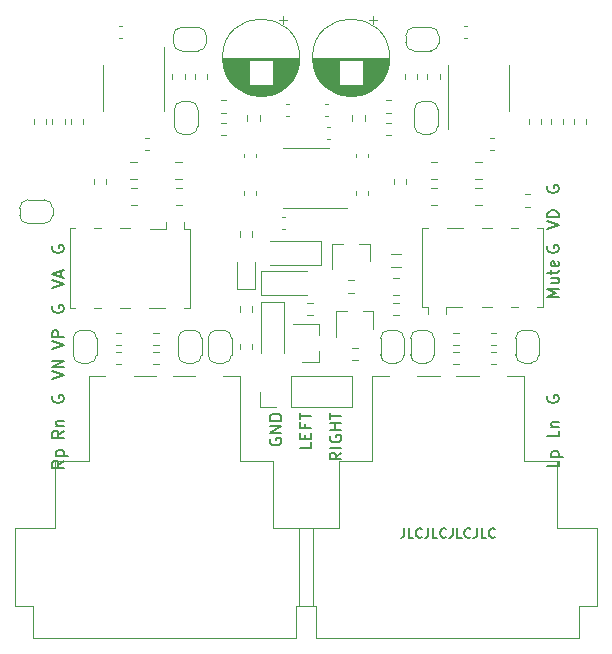
<source format=gbr>
%TF.GenerationSoftware,KiCad,Pcbnew,(5.1.9-0-10_14)*%
%TF.CreationDate,2021-03-07T16:31:49+01:00*%
%TF.ProjectId,W-Output HP,572d4f75-7470-4757-9420-48502e6b6963,1*%
%TF.SameCoordinates,Original*%
%TF.FileFunction,Legend,Top*%
%TF.FilePolarity,Positive*%
%FSLAX46Y46*%
G04 Gerber Fmt 4.6, Leading zero omitted, Abs format (unit mm)*
G04 Created by KiCad (PCBNEW (5.1.9-0-10_14)) date 2021-03-07 16:31:49*
%MOMM*%
%LPD*%
G01*
G04 APERTURE LIST*
%ADD10C,0.150000*%
%ADD11C,0.120000*%
G04 APERTURE END LIST*
D10*
X158304761Y-118561904D02*
X158304761Y-119133333D01*
X158266666Y-119247619D01*
X158190476Y-119323809D01*
X158076190Y-119361904D01*
X158000000Y-119361904D01*
X159066666Y-119361904D02*
X158685714Y-119361904D01*
X158685714Y-118561904D01*
X159790476Y-119285714D02*
X159752380Y-119323809D01*
X159638095Y-119361904D01*
X159561904Y-119361904D01*
X159447619Y-119323809D01*
X159371428Y-119247619D01*
X159333333Y-119171428D01*
X159295238Y-119019047D01*
X159295238Y-118904761D01*
X159333333Y-118752380D01*
X159371428Y-118676190D01*
X159447619Y-118600000D01*
X159561904Y-118561904D01*
X159638095Y-118561904D01*
X159752380Y-118600000D01*
X159790476Y-118638095D01*
X160361904Y-118561904D02*
X160361904Y-119133333D01*
X160323809Y-119247619D01*
X160247619Y-119323809D01*
X160133333Y-119361904D01*
X160057142Y-119361904D01*
X161123809Y-119361904D02*
X160742857Y-119361904D01*
X160742857Y-118561904D01*
X161847619Y-119285714D02*
X161809523Y-119323809D01*
X161695238Y-119361904D01*
X161619047Y-119361904D01*
X161504761Y-119323809D01*
X161428571Y-119247619D01*
X161390476Y-119171428D01*
X161352380Y-119019047D01*
X161352380Y-118904761D01*
X161390476Y-118752380D01*
X161428571Y-118676190D01*
X161504761Y-118600000D01*
X161619047Y-118561904D01*
X161695238Y-118561904D01*
X161809523Y-118600000D01*
X161847619Y-118638095D01*
X162419047Y-118561904D02*
X162419047Y-119133333D01*
X162380952Y-119247619D01*
X162304761Y-119323809D01*
X162190476Y-119361904D01*
X162114285Y-119361904D01*
X163180952Y-119361904D02*
X162800000Y-119361904D01*
X162800000Y-118561904D01*
X163904761Y-119285714D02*
X163866666Y-119323809D01*
X163752380Y-119361904D01*
X163676190Y-119361904D01*
X163561904Y-119323809D01*
X163485714Y-119247619D01*
X163447619Y-119171428D01*
X163409523Y-119019047D01*
X163409523Y-118904761D01*
X163447619Y-118752380D01*
X163485714Y-118676190D01*
X163561904Y-118600000D01*
X163676190Y-118561904D01*
X163752380Y-118561904D01*
X163866666Y-118600000D01*
X163904761Y-118638095D01*
X164476190Y-118561904D02*
X164476190Y-119133333D01*
X164438095Y-119247619D01*
X164361904Y-119323809D01*
X164247619Y-119361904D01*
X164171428Y-119361904D01*
X165238095Y-119361904D02*
X164857142Y-119361904D01*
X164857142Y-118561904D01*
X165961904Y-119285714D02*
X165923809Y-119323809D01*
X165809523Y-119361904D01*
X165733333Y-119361904D01*
X165619047Y-119323809D01*
X165542857Y-119247619D01*
X165504761Y-119171428D01*
X165466666Y-119019047D01*
X165466666Y-118904761D01*
X165504761Y-118752380D01*
X165542857Y-118676190D01*
X165619047Y-118600000D01*
X165733333Y-118561904D01*
X165809523Y-118561904D01*
X165923809Y-118600000D01*
X165961904Y-118638095D01*
X171407380Y-98960000D02*
X170407380Y-98960000D01*
X171121666Y-98626666D01*
X170407380Y-98293333D01*
X171407380Y-98293333D01*
X170740714Y-97388571D02*
X171407380Y-97388571D01*
X170740714Y-97817142D02*
X171264523Y-97817142D01*
X171359761Y-97769523D01*
X171407380Y-97674285D01*
X171407380Y-97531428D01*
X171359761Y-97436190D01*
X171312142Y-97388571D01*
X170740714Y-97055238D02*
X170740714Y-96674285D01*
X170407380Y-96912380D02*
X171264523Y-96912380D01*
X171359761Y-96864761D01*
X171407380Y-96769523D01*
X171407380Y-96674285D01*
X171359761Y-95960000D02*
X171407380Y-96055238D01*
X171407380Y-96245714D01*
X171359761Y-96340952D01*
X171264523Y-96388571D01*
X170883571Y-96388571D01*
X170788333Y-96340952D01*
X170740714Y-96245714D01*
X170740714Y-96055238D01*
X170788333Y-95960000D01*
X170883571Y-95912380D01*
X170978809Y-95912380D01*
X171074047Y-96388571D01*
X170407380Y-93213333D02*
X171407380Y-92880000D01*
X170407380Y-92546666D01*
X171407380Y-92213333D02*
X170407380Y-92213333D01*
X170407380Y-91975238D01*
X170455000Y-91832380D01*
X170550238Y-91737142D01*
X170645476Y-91689523D01*
X170835952Y-91641904D01*
X170978809Y-91641904D01*
X171169285Y-91689523D01*
X171264523Y-91737142D01*
X171359761Y-91832380D01*
X171407380Y-91975238D01*
X171407380Y-92213333D01*
X170455000Y-89578095D02*
X170407380Y-89673333D01*
X170407380Y-89816190D01*
X170455000Y-89959047D01*
X170550238Y-90054285D01*
X170645476Y-90101904D01*
X170835952Y-90149523D01*
X170978809Y-90149523D01*
X171169285Y-90101904D01*
X171264523Y-90054285D01*
X171359761Y-89959047D01*
X171407380Y-89816190D01*
X171407380Y-89720952D01*
X171359761Y-89578095D01*
X171312142Y-89530476D01*
X170978809Y-89530476D01*
X170978809Y-89720952D01*
X170455000Y-94658095D02*
X170407380Y-94753333D01*
X170407380Y-94896190D01*
X170455000Y-95039047D01*
X170550238Y-95134285D01*
X170645476Y-95181904D01*
X170835952Y-95229523D01*
X170978809Y-95229523D01*
X171169285Y-95181904D01*
X171264523Y-95134285D01*
X171359761Y-95039047D01*
X171407380Y-94896190D01*
X171407380Y-94800952D01*
X171359761Y-94658095D01*
X171312142Y-94610476D01*
X170978809Y-94610476D01*
X170978809Y-94800952D01*
X170455000Y-107358095D02*
X170407380Y-107453333D01*
X170407380Y-107596190D01*
X170455000Y-107739047D01*
X170550238Y-107834285D01*
X170645476Y-107881904D01*
X170835952Y-107929523D01*
X170978809Y-107929523D01*
X171169285Y-107881904D01*
X171264523Y-107834285D01*
X171359761Y-107739047D01*
X171407380Y-107596190D01*
X171407380Y-107500952D01*
X171359761Y-107358095D01*
X171312142Y-107310476D01*
X170978809Y-107310476D01*
X170978809Y-107500952D01*
X171407380Y-110302857D02*
X171407380Y-110779047D01*
X170407380Y-110779047D01*
X170740714Y-109969523D02*
X171407380Y-109969523D01*
X170835952Y-109969523D02*
X170788333Y-109921904D01*
X170740714Y-109826666D01*
X170740714Y-109683809D01*
X170788333Y-109588571D01*
X170883571Y-109540952D01*
X171407380Y-109540952D01*
X171407380Y-112842857D02*
X171407380Y-113319047D01*
X170407380Y-113319047D01*
X170740714Y-112509523D02*
X171740714Y-112509523D01*
X170788333Y-112509523D02*
X170740714Y-112414285D01*
X170740714Y-112223809D01*
X170788333Y-112128571D01*
X170835952Y-112080952D01*
X170931190Y-112033333D01*
X171216904Y-112033333D01*
X171312142Y-112080952D01*
X171359761Y-112128571D01*
X171407380Y-112223809D01*
X171407380Y-112414285D01*
X171359761Y-112509523D01*
X129497380Y-112842857D02*
X129021190Y-113176190D01*
X129497380Y-113414285D02*
X128497380Y-113414285D01*
X128497380Y-113033333D01*
X128545000Y-112938095D01*
X128592619Y-112890476D01*
X128687857Y-112842857D01*
X128830714Y-112842857D01*
X128925952Y-112890476D01*
X128973571Y-112938095D01*
X129021190Y-113033333D01*
X129021190Y-113414285D01*
X128830714Y-112414285D02*
X129830714Y-112414285D01*
X128878333Y-112414285D02*
X128830714Y-112319047D01*
X128830714Y-112128571D01*
X128878333Y-112033333D01*
X128925952Y-111985714D01*
X129021190Y-111938095D01*
X129306904Y-111938095D01*
X129402142Y-111985714D01*
X129449761Y-112033333D01*
X129497380Y-112128571D01*
X129497380Y-112319047D01*
X129449761Y-112414285D01*
X129497380Y-110302857D02*
X129021190Y-110636190D01*
X129497380Y-110874285D02*
X128497380Y-110874285D01*
X128497380Y-110493333D01*
X128545000Y-110398095D01*
X128592619Y-110350476D01*
X128687857Y-110302857D01*
X128830714Y-110302857D01*
X128925952Y-110350476D01*
X128973571Y-110398095D01*
X129021190Y-110493333D01*
X129021190Y-110874285D01*
X128830714Y-109874285D02*
X129497380Y-109874285D01*
X128925952Y-109874285D02*
X128878333Y-109826666D01*
X128830714Y-109731428D01*
X128830714Y-109588571D01*
X128878333Y-109493333D01*
X128973571Y-109445714D01*
X129497380Y-109445714D01*
X128545000Y-107358095D02*
X128497380Y-107453333D01*
X128497380Y-107596190D01*
X128545000Y-107739047D01*
X128640238Y-107834285D01*
X128735476Y-107881904D01*
X128925952Y-107929523D01*
X129068809Y-107929523D01*
X129259285Y-107881904D01*
X129354523Y-107834285D01*
X129449761Y-107739047D01*
X129497380Y-107596190D01*
X129497380Y-107500952D01*
X129449761Y-107358095D01*
X129402142Y-107310476D01*
X129068809Y-107310476D01*
X129068809Y-107500952D01*
X128497380Y-105937142D02*
X129497380Y-105603809D01*
X128497380Y-105270476D01*
X129497380Y-104937142D02*
X128497380Y-104937142D01*
X129497380Y-104365714D01*
X128497380Y-104365714D01*
X128497380Y-103373333D02*
X129497380Y-103040000D01*
X128497380Y-102706666D01*
X129497380Y-102373333D02*
X128497380Y-102373333D01*
X128497380Y-101992380D01*
X128545000Y-101897142D01*
X128592619Y-101849523D01*
X128687857Y-101801904D01*
X128830714Y-101801904D01*
X128925952Y-101849523D01*
X128973571Y-101897142D01*
X129021190Y-101992380D01*
X129021190Y-102373333D01*
X128545000Y-99738095D02*
X128497380Y-99833333D01*
X128497380Y-99976190D01*
X128545000Y-100119047D01*
X128640238Y-100214285D01*
X128735476Y-100261904D01*
X128925952Y-100309523D01*
X129068809Y-100309523D01*
X129259285Y-100261904D01*
X129354523Y-100214285D01*
X129449761Y-100119047D01*
X129497380Y-99976190D01*
X129497380Y-99880952D01*
X129449761Y-99738095D01*
X129402142Y-99690476D01*
X129068809Y-99690476D01*
X129068809Y-99880952D01*
X128545000Y-94658095D02*
X128497380Y-94753333D01*
X128497380Y-94896190D01*
X128545000Y-95039047D01*
X128640238Y-95134285D01*
X128735476Y-95181904D01*
X128925952Y-95229523D01*
X129068809Y-95229523D01*
X129259285Y-95181904D01*
X129354523Y-95134285D01*
X129449761Y-95039047D01*
X129497380Y-94896190D01*
X129497380Y-94800952D01*
X129449761Y-94658095D01*
X129402142Y-94610476D01*
X129068809Y-94610476D01*
X129068809Y-94800952D01*
X128497380Y-98221904D02*
X129497380Y-97888571D01*
X128497380Y-97555238D01*
X129211666Y-97269523D02*
X129211666Y-96793333D01*
X129497380Y-97364761D02*
X128497380Y-97031428D01*
X129497380Y-96698095D01*
X152992380Y-112146190D02*
X152516190Y-112479523D01*
X152992380Y-112717619D02*
X151992380Y-112717619D01*
X151992380Y-112336666D01*
X152040000Y-112241428D01*
X152087619Y-112193809D01*
X152182857Y-112146190D01*
X152325714Y-112146190D01*
X152420952Y-112193809D01*
X152468571Y-112241428D01*
X152516190Y-112336666D01*
X152516190Y-112717619D01*
X152992380Y-111717619D02*
X151992380Y-111717619D01*
X152040000Y-110717619D02*
X151992380Y-110812857D01*
X151992380Y-110955714D01*
X152040000Y-111098571D01*
X152135238Y-111193809D01*
X152230476Y-111241428D01*
X152420952Y-111289047D01*
X152563809Y-111289047D01*
X152754285Y-111241428D01*
X152849523Y-111193809D01*
X152944761Y-111098571D01*
X152992380Y-110955714D01*
X152992380Y-110860476D01*
X152944761Y-110717619D01*
X152897142Y-110670000D01*
X152563809Y-110670000D01*
X152563809Y-110860476D01*
X152992380Y-110241428D02*
X151992380Y-110241428D01*
X152468571Y-110241428D02*
X152468571Y-109670000D01*
X152992380Y-109670000D02*
X151992380Y-109670000D01*
X151992380Y-109336666D02*
X151992380Y-108765238D01*
X152992380Y-109050952D02*
X151992380Y-109050952D01*
X150452380Y-111289047D02*
X150452380Y-111765238D01*
X149452380Y-111765238D01*
X149928571Y-110955714D02*
X149928571Y-110622380D01*
X150452380Y-110479523D02*
X150452380Y-110955714D01*
X149452380Y-110955714D01*
X149452380Y-110479523D01*
X149928571Y-109717619D02*
X149928571Y-110050952D01*
X150452380Y-110050952D02*
X149452380Y-110050952D01*
X149452380Y-109574761D01*
X149452380Y-109336666D02*
X149452380Y-108765238D01*
X150452380Y-109050952D02*
X149452380Y-109050952D01*
X146960000Y-110955714D02*
X146912380Y-111050952D01*
X146912380Y-111193809D01*
X146960000Y-111336666D01*
X147055238Y-111431904D01*
X147150476Y-111479523D01*
X147340952Y-111527142D01*
X147483809Y-111527142D01*
X147674285Y-111479523D01*
X147769523Y-111431904D01*
X147864761Y-111336666D01*
X147912380Y-111193809D01*
X147912380Y-111098571D01*
X147864761Y-110955714D01*
X147817142Y-110908095D01*
X147483809Y-110908095D01*
X147483809Y-111098571D01*
X147912380Y-110479523D02*
X146912380Y-110479523D01*
X147912380Y-109908095D01*
X146912380Y-109908095D01*
X147912380Y-109431904D02*
X146912380Y-109431904D01*
X146912380Y-109193809D01*
X146960000Y-109050952D01*
X147055238Y-108955714D01*
X147150476Y-108908095D01*
X147340952Y-108860476D01*
X147483809Y-108860476D01*
X147674285Y-108908095D01*
X147769523Y-108955714D01*
X147864761Y-109050952D01*
X147912380Y-109193809D01*
X147912380Y-109431904D01*
D11*
%TO.C,JP11*%
X125740000Y-91445000D02*
G75*
G02*
X126440000Y-90745000I700000J0D01*
G01*
X126440000Y-92745000D02*
G75*
G02*
X125740000Y-92045000I0J700000D01*
G01*
X128540000Y-92045000D02*
G75*
G02*
X127840000Y-92745000I-700000J0D01*
G01*
X127840000Y-90745000D02*
G75*
G02*
X128540000Y-91445000I0J-700000D01*
G01*
X125740000Y-92045000D02*
X125740000Y-91445000D01*
X127840000Y-92745000D02*
X126440000Y-92745000D01*
X128540000Y-91445000D02*
X128540000Y-92045000D01*
X126440000Y-90745000D02*
X127840000Y-90745000D01*
%TO.C,J5*%
X149380000Y-125120000D02*
X149380000Y-118530000D01*
X174620000Y-125120000D02*
X174620000Y-118530000D01*
X171220000Y-118530000D02*
X174620000Y-118530000D01*
X149380000Y-118530000D02*
X152780000Y-118530000D01*
X173120000Y-125120000D02*
X173120000Y-127820000D01*
X150880000Y-125120000D02*
X150880000Y-127820000D01*
X150880000Y-125120000D02*
X149380000Y-125120000D01*
X174620000Y-125120000D02*
X173120000Y-125120000D01*
X173120000Y-127820000D02*
X150880000Y-127820000D01*
X161300000Y-105680000D02*
X159400000Y-105680000D01*
X162700000Y-105680000D02*
X164600000Y-105680000D01*
X152780000Y-118530000D02*
X152780000Y-112880000D01*
X157000000Y-105680000D02*
X155580000Y-105680000D01*
X155580000Y-112880000D02*
X152780000Y-112880000D01*
X168420000Y-112880000D02*
X171220000Y-112880000D01*
X171220000Y-118530000D02*
X171220000Y-112880000D01*
X168420000Y-105680000D02*
X167000000Y-105680000D01*
X155580000Y-112880000D02*
X155580000Y-105680000D01*
X168420000Y-112880000D02*
X168420000Y-105680000D01*
%TO.C,R15*%
X133060000Y-89442258D02*
X133060000Y-88967742D01*
X132015000Y-89442258D02*
X132015000Y-88967742D01*
%TO.C,R14*%
X153922500Y-83570242D02*
X153922500Y-84044758D01*
X154967500Y-83570242D02*
X154967500Y-84044758D01*
%TO.C,C5*%
X154252500Y-86841920D02*
X154252500Y-87123080D01*
X155272500Y-86841920D02*
X155272500Y-87123080D01*
%TO.C,C4*%
X154252500Y-90016920D02*
X154252500Y-90298080D01*
X155272500Y-90016920D02*
X155272500Y-90298080D01*
%TO.C,C17*%
X144727500Y-90016920D02*
X144727500Y-90298080D01*
X145747500Y-90016920D02*
X145747500Y-90298080D01*
%TO.C,C18*%
X144727500Y-86841920D02*
X144727500Y-87123080D01*
X145747500Y-86841920D02*
X145747500Y-87123080D01*
%TO.C,C14*%
X152045580Y-84567500D02*
X151764420Y-84567500D01*
X152045580Y-85587500D02*
X151764420Y-85587500D01*
%TO.C,C11*%
X148235580Y-92187500D02*
X147954420Y-92187500D01*
X148235580Y-93207500D02*
X147954420Y-93207500D01*
%TO.C,R32*%
X145032500Y-83570242D02*
X145032500Y-84044758D01*
X146077500Y-83570242D02*
X146077500Y-84044758D01*
%TO.C,U3*%
X150000000Y-91447500D02*
X153450000Y-91447500D01*
X150000000Y-91447500D02*
X148050000Y-91447500D01*
X150000000Y-86327500D02*
X151950000Y-86327500D01*
X150000000Y-86327500D02*
X148050000Y-86327500D01*
%TO.C,JP3*%
X161160000Y-83092500D02*
X161160000Y-84492500D01*
X160460000Y-85192500D02*
X159860000Y-85192500D01*
X159160000Y-84492500D02*
X159160000Y-83092500D01*
X159860000Y-82392500D02*
X160460000Y-82392500D01*
X160460000Y-82392500D02*
G75*
G02*
X161160000Y-83092500I0J-700000D01*
G01*
X159160000Y-83092500D02*
G75*
G02*
X159860000Y-82392500I700000J0D01*
G01*
X159860000Y-85192500D02*
G75*
G02*
X159160000Y-84492500I0J700000D01*
G01*
X161160000Y-84492500D02*
G75*
G02*
X160460000Y-85192500I-700000J0D01*
G01*
%TO.C,R27*%
X142777742Y-83377500D02*
X143252258Y-83377500D01*
X142777742Y-82332500D02*
X143252258Y-82332500D01*
%TO.C,R6*%
X161317500Y-80552258D02*
X161317500Y-80077742D01*
X160272500Y-80552258D02*
X160272500Y-80077742D01*
%TO.C,R22*%
X141632500Y-80552258D02*
X141632500Y-80077742D01*
X140587500Y-80552258D02*
X140587500Y-80077742D01*
%TO.C,U1*%
X162045000Y-81267500D02*
X162045000Y-84717500D01*
X162045000Y-81267500D02*
X162045000Y-79317500D01*
X167165000Y-81267500D02*
X167165000Y-83217500D01*
X167165000Y-81267500D02*
X167165000Y-79317500D01*
%TO.C,C12*%
X165875580Y-85520000D02*
X165594420Y-85520000D01*
X165875580Y-86540000D02*
X165594420Y-86540000D01*
%TO.C,C13*%
X134124420Y-77015000D02*
X134405580Y-77015000D01*
X134124420Y-75995000D02*
X134405580Y-75995000D01*
%TO.C,C10*%
X136384420Y-86540000D02*
X136665580Y-86540000D01*
X136384420Y-85520000D02*
X136665580Y-85520000D01*
%TO.C,R31*%
X130110000Y-83887742D02*
X130110000Y-84362258D01*
X131155000Y-83887742D02*
X131155000Y-84362258D01*
%TO.C,R28*%
X128522500Y-83887742D02*
X128522500Y-84362258D01*
X129567500Y-83887742D02*
X129567500Y-84362258D01*
%TO.C,R25*%
X127980000Y-84362258D02*
X127980000Y-83887742D01*
X126935000Y-84362258D02*
X126935000Y-83887742D01*
%TO.C,U2*%
X137955000Y-81267500D02*
X137955000Y-77817500D01*
X137955000Y-81267500D02*
X137955000Y-83217500D01*
X132835000Y-81267500D02*
X132835000Y-79317500D01*
X132835000Y-81267500D02*
X132835000Y-83217500D01*
%TO.C,J3*%
X146130000Y-108315000D02*
X146130000Y-106985000D01*
X147460000Y-108315000D02*
X146130000Y-108315000D01*
X148730000Y-108315000D02*
X148730000Y-105655000D01*
X148730000Y-105655000D02*
X153870000Y-105655000D01*
X148730000Y-108315000D02*
X153870000Y-108315000D01*
X153870000Y-108315000D02*
X153870000Y-105655000D01*
%TO.C,C23*%
X148553080Y-82662500D02*
X148271920Y-82662500D01*
X148553080Y-83682500D02*
X148271920Y-83682500D01*
%TO.C,C22*%
X151868080Y-82662500D02*
X151586920Y-82662500D01*
X151868080Y-83682500D02*
X151586920Y-83682500D01*
%TO.C,C21*%
X155964000Y-75522259D02*
X155334000Y-75522259D01*
X155649000Y-75207259D02*
X155649000Y-75837259D01*
X154212000Y-81948500D02*
X153408000Y-81948500D01*
X154443000Y-81908500D02*
X153177000Y-81908500D01*
X154612000Y-81868500D02*
X153008000Y-81868500D01*
X154750000Y-81828500D02*
X152870000Y-81828500D01*
X154869000Y-81788500D02*
X152751000Y-81788500D01*
X154975000Y-81748500D02*
X152645000Y-81748500D01*
X155072000Y-81708500D02*
X152548000Y-81708500D01*
X155160000Y-81668500D02*
X152460000Y-81668500D01*
X155242000Y-81628500D02*
X152378000Y-81628500D01*
X155319000Y-81588500D02*
X152301000Y-81588500D01*
X155391000Y-81548500D02*
X152229000Y-81548500D01*
X155460000Y-81508500D02*
X152160000Y-81508500D01*
X155524000Y-81468500D02*
X152096000Y-81468500D01*
X155586000Y-81428500D02*
X152034000Y-81428500D01*
X155644000Y-81388500D02*
X151976000Y-81388500D01*
X155700000Y-81348500D02*
X151920000Y-81348500D01*
X155754000Y-81308500D02*
X151866000Y-81308500D01*
X155805000Y-81268500D02*
X151815000Y-81268500D01*
X155854000Y-81228500D02*
X151766000Y-81228500D01*
X155902000Y-81188500D02*
X151718000Y-81188500D01*
X155947000Y-81148500D02*
X151673000Y-81148500D01*
X155992000Y-81108500D02*
X151628000Y-81108500D01*
X156034000Y-81068500D02*
X151586000Y-81068500D01*
X156075000Y-81028500D02*
X151545000Y-81028500D01*
X152770000Y-80988500D02*
X151505000Y-80988500D01*
X156115000Y-80988500D02*
X154850000Y-80988500D01*
X152770000Y-80948500D02*
X151467000Y-80948500D01*
X156153000Y-80948500D02*
X154850000Y-80948500D01*
X152770000Y-80908500D02*
X151430000Y-80908500D01*
X156190000Y-80908500D02*
X154850000Y-80908500D01*
X152770000Y-80868500D02*
X151394000Y-80868500D01*
X156226000Y-80868500D02*
X154850000Y-80868500D01*
X152770000Y-80828500D02*
X151360000Y-80828500D01*
X156260000Y-80828500D02*
X154850000Y-80828500D01*
X152770000Y-80788500D02*
X151326000Y-80788500D01*
X156294000Y-80788500D02*
X154850000Y-80788500D01*
X152770000Y-80748500D02*
X151294000Y-80748500D01*
X156326000Y-80748500D02*
X154850000Y-80748500D01*
X152770000Y-80708500D02*
X151262000Y-80708500D01*
X156358000Y-80708500D02*
X154850000Y-80708500D01*
X152770000Y-80668500D02*
X151232000Y-80668500D01*
X156388000Y-80668500D02*
X154850000Y-80668500D01*
X152770000Y-80628500D02*
X151203000Y-80628500D01*
X156417000Y-80628500D02*
X154850000Y-80628500D01*
X152770000Y-80588500D02*
X151174000Y-80588500D01*
X156446000Y-80588500D02*
X154850000Y-80588500D01*
X152770000Y-80548500D02*
X151146000Y-80548500D01*
X156474000Y-80548500D02*
X154850000Y-80548500D01*
X152770000Y-80508500D02*
X151120000Y-80508500D01*
X156500000Y-80508500D02*
X154850000Y-80508500D01*
X152770000Y-80468500D02*
X151094000Y-80468500D01*
X156526000Y-80468500D02*
X154850000Y-80468500D01*
X152770000Y-80428500D02*
X151068000Y-80428500D01*
X156552000Y-80428500D02*
X154850000Y-80428500D01*
X152770000Y-80388500D02*
X151044000Y-80388500D01*
X156576000Y-80388500D02*
X154850000Y-80388500D01*
X152770000Y-80348500D02*
X151020000Y-80348500D01*
X156600000Y-80348500D02*
X154850000Y-80348500D01*
X152770000Y-80308500D02*
X150998000Y-80308500D01*
X156622000Y-80308500D02*
X154850000Y-80308500D01*
X152770000Y-80268500D02*
X150976000Y-80268500D01*
X156644000Y-80268500D02*
X154850000Y-80268500D01*
X152770000Y-80228500D02*
X150954000Y-80228500D01*
X156666000Y-80228500D02*
X154850000Y-80228500D01*
X152770000Y-80188500D02*
X150934000Y-80188500D01*
X156686000Y-80188500D02*
X154850000Y-80188500D01*
X152770000Y-80148500D02*
X150914000Y-80148500D01*
X156706000Y-80148500D02*
X154850000Y-80148500D01*
X152770000Y-80108500D02*
X150894000Y-80108500D01*
X156726000Y-80108500D02*
X154850000Y-80108500D01*
X152770000Y-80068500D02*
X150876000Y-80068500D01*
X156744000Y-80068500D02*
X154850000Y-80068500D01*
X152770000Y-80028500D02*
X150858000Y-80028500D01*
X156762000Y-80028500D02*
X154850000Y-80028500D01*
X152770000Y-79988500D02*
X150840000Y-79988500D01*
X156780000Y-79988500D02*
X154850000Y-79988500D01*
X152770000Y-79948500D02*
X150824000Y-79948500D01*
X156796000Y-79948500D02*
X154850000Y-79948500D01*
X152770000Y-79908500D02*
X150808000Y-79908500D01*
X156812000Y-79908500D02*
X154850000Y-79908500D01*
X152770000Y-79868500D02*
X150792000Y-79868500D01*
X156828000Y-79868500D02*
X154850000Y-79868500D01*
X152770000Y-79828500D02*
X150777000Y-79828500D01*
X156843000Y-79828500D02*
X154850000Y-79828500D01*
X152770000Y-79788500D02*
X150763000Y-79788500D01*
X156857000Y-79788500D02*
X154850000Y-79788500D01*
X152770000Y-79748500D02*
X150749000Y-79748500D01*
X156871000Y-79748500D02*
X154850000Y-79748500D01*
X152770000Y-79708500D02*
X150736000Y-79708500D01*
X156884000Y-79708500D02*
X154850000Y-79708500D01*
X152770000Y-79668500D02*
X150724000Y-79668500D01*
X156896000Y-79668500D02*
X154850000Y-79668500D01*
X152770000Y-79628500D02*
X150712000Y-79628500D01*
X156908000Y-79628500D02*
X154850000Y-79628500D01*
X152770000Y-79588500D02*
X150700000Y-79588500D01*
X156920000Y-79588500D02*
X154850000Y-79588500D01*
X152770000Y-79548500D02*
X150689000Y-79548500D01*
X156931000Y-79548500D02*
X154850000Y-79548500D01*
X152770000Y-79508500D02*
X150679000Y-79508500D01*
X156941000Y-79508500D02*
X154850000Y-79508500D01*
X152770000Y-79468500D02*
X150669000Y-79468500D01*
X156951000Y-79468500D02*
X154850000Y-79468500D01*
X152770000Y-79428500D02*
X150660000Y-79428500D01*
X156960000Y-79428500D02*
X154850000Y-79428500D01*
X152770000Y-79387500D02*
X150651000Y-79387500D01*
X156969000Y-79387500D02*
X154850000Y-79387500D01*
X152770000Y-79347500D02*
X150643000Y-79347500D01*
X156977000Y-79347500D02*
X154850000Y-79347500D01*
X152770000Y-79307500D02*
X150635000Y-79307500D01*
X156985000Y-79307500D02*
X154850000Y-79307500D01*
X152770000Y-79267500D02*
X150628000Y-79267500D01*
X156992000Y-79267500D02*
X154850000Y-79267500D01*
X152770000Y-79227500D02*
X150621000Y-79227500D01*
X156999000Y-79227500D02*
X154850000Y-79227500D01*
X152770000Y-79187500D02*
X150615000Y-79187500D01*
X157005000Y-79187500D02*
X154850000Y-79187500D01*
X152770000Y-79147500D02*
X150609000Y-79147500D01*
X157011000Y-79147500D02*
X154850000Y-79147500D01*
X152770000Y-79107500D02*
X150604000Y-79107500D01*
X157016000Y-79107500D02*
X154850000Y-79107500D01*
X152770000Y-79067500D02*
X150599000Y-79067500D01*
X157021000Y-79067500D02*
X154850000Y-79067500D01*
X152770000Y-79027500D02*
X150595000Y-79027500D01*
X157025000Y-79027500D02*
X154850000Y-79027500D01*
X152770000Y-78987500D02*
X150592000Y-78987500D01*
X157028000Y-78987500D02*
X154850000Y-78987500D01*
X152770000Y-78947500D02*
X150588000Y-78947500D01*
X157032000Y-78947500D02*
X154850000Y-78947500D01*
X157034000Y-78907500D02*
X150586000Y-78907500D01*
X157037000Y-78867500D02*
X150583000Y-78867500D01*
X157038000Y-78827500D02*
X150582000Y-78827500D01*
X157040000Y-78787500D02*
X150580000Y-78787500D01*
X157040000Y-78747500D02*
X150580000Y-78747500D01*
X157040000Y-78707500D02*
X150580000Y-78707500D01*
X157080000Y-78707500D02*
G75*
G03*
X157080000Y-78707500I-3270000J0D01*
G01*
%TO.C,C8*%
X148344000Y-75522259D02*
X147714000Y-75522259D01*
X148029000Y-75207259D02*
X148029000Y-75837259D01*
X146592000Y-81948500D02*
X145788000Y-81948500D01*
X146823000Y-81908500D02*
X145557000Y-81908500D01*
X146992000Y-81868500D02*
X145388000Y-81868500D01*
X147130000Y-81828500D02*
X145250000Y-81828500D01*
X147249000Y-81788500D02*
X145131000Y-81788500D01*
X147355000Y-81748500D02*
X145025000Y-81748500D01*
X147452000Y-81708500D02*
X144928000Y-81708500D01*
X147540000Y-81668500D02*
X144840000Y-81668500D01*
X147622000Y-81628500D02*
X144758000Y-81628500D01*
X147699000Y-81588500D02*
X144681000Y-81588500D01*
X147771000Y-81548500D02*
X144609000Y-81548500D01*
X147840000Y-81508500D02*
X144540000Y-81508500D01*
X147904000Y-81468500D02*
X144476000Y-81468500D01*
X147966000Y-81428500D02*
X144414000Y-81428500D01*
X148024000Y-81388500D02*
X144356000Y-81388500D01*
X148080000Y-81348500D02*
X144300000Y-81348500D01*
X148134000Y-81308500D02*
X144246000Y-81308500D01*
X148185000Y-81268500D02*
X144195000Y-81268500D01*
X148234000Y-81228500D02*
X144146000Y-81228500D01*
X148282000Y-81188500D02*
X144098000Y-81188500D01*
X148327000Y-81148500D02*
X144053000Y-81148500D01*
X148372000Y-81108500D02*
X144008000Y-81108500D01*
X148414000Y-81068500D02*
X143966000Y-81068500D01*
X148455000Y-81028500D02*
X143925000Y-81028500D01*
X145150000Y-80988500D02*
X143885000Y-80988500D01*
X148495000Y-80988500D02*
X147230000Y-80988500D01*
X145150000Y-80948500D02*
X143847000Y-80948500D01*
X148533000Y-80948500D02*
X147230000Y-80948500D01*
X145150000Y-80908500D02*
X143810000Y-80908500D01*
X148570000Y-80908500D02*
X147230000Y-80908500D01*
X145150000Y-80868500D02*
X143774000Y-80868500D01*
X148606000Y-80868500D02*
X147230000Y-80868500D01*
X145150000Y-80828500D02*
X143740000Y-80828500D01*
X148640000Y-80828500D02*
X147230000Y-80828500D01*
X145150000Y-80788500D02*
X143706000Y-80788500D01*
X148674000Y-80788500D02*
X147230000Y-80788500D01*
X145150000Y-80748500D02*
X143674000Y-80748500D01*
X148706000Y-80748500D02*
X147230000Y-80748500D01*
X145150000Y-80708500D02*
X143642000Y-80708500D01*
X148738000Y-80708500D02*
X147230000Y-80708500D01*
X145150000Y-80668500D02*
X143612000Y-80668500D01*
X148768000Y-80668500D02*
X147230000Y-80668500D01*
X145150000Y-80628500D02*
X143583000Y-80628500D01*
X148797000Y-80628500D02*
X147230000Y-80628500D01*
X145150000Y-80588500D02*
X143554000Y-80588500D01*
X148826000Y-80588500D02*
X147230000Y-80588500D01*
X145150000Y-80548500D02*
X143526000Y-80548500D01*
X148854000Y-80548500D02*
X147230000Y-80548500D01*
X145150000Y-80508500D02*
X143500000Y-80508500D01*
X148880000Y-80508500D02*
X147230000Y-80508500D01*
X145150000Y-80468500D02*
X143474000Y-80468500D01*
X148906000Y-80468500D02*
X147230000Y-80468500D01*
X145150000Y-80428500D02*
X143448000Y-80428500D01*
X148932000Y-80428500D02*
X147230000Y-80428500D01*
X145150000Y-80388500D02*
X143424000Y-80388500D01*
X148956000Y-80388500D02*
X147230000Y-80388500D01*
X145150000Y-80348500D02*
X143400000Y-80348500D01*
X148980000Y-80348500D02*
X147230000Y-80348500D01*
X145150000Y-80308500D02*
X143378000Y-80308500D01*
X149002000Y-80308500D02*
X147230000Y-80308500D01*
X145150000Y-80268500D02*
X143356000Y-80268500D01*
X149024000Y-80268500D02*
X147230000Y-80268500D01*
X145150000Y-80228500D02*
X143334000Y-80228500D01*
X149046000Y-80228500D02*
X147230000Y-80228500D01*
X145150000Y-80188500D02*
X143314000Y-80188500D01*
X149066000Y-80188500D02*
X147230000Y-80188500D01*
X145150000Y-80148500D02*
X143294000Y-80148500D01*
X149086000Y-80148500D02*
X147230000Y-80148500D01*
X145150000Y-80108500D02*
X143274000Y-80108500D01*
X149106000Y-80108500D02*
X147230000Y-80108500D01*
X145150000Y-80068500D02*
X143256000Y-80068500D01*
X149124000Y-80068500D02*
X147230000Y-80068500D01*
X145150000Y-80028500D02*
X143238000Y-80028500D01*
X149142000Y-80028500D02*
X147230000Y-80028500D01*
X145150000Y-79988500D02*
X143220000Y-79988500D01*
X149160000Y-79988500D02*
X147230000Y-79988500D01*
X145150000Y-79948500D02*
X143204000Y-79948500D01*
X149176000Y-79948500D02*
X147230000Y-79948500D01*
X145150000Y-79908500D02*
X143188000Y-79908500D01*
X149192000Y-79908500D02*
X147230000Y-79908500D01*
X145150000Y-79868500D02*
X143172000Y-79868500D01*
X149208000Y-79868500D02*
X147230000Y-79868500D01*
X145150000Y-79828500D02*
X143157000Y-79828500D01*
X149223000Y-79828500D02*
X147230000Y-79828500D01*
X145150000Y-79788500D02*
X143143000Y-79788500D01*
X149237000Y-79788500D02*
X147230000Y-79788500D01*
X145150000Y-79748500D02*
X143129000Y-79748500D01*
X149251000Y-79748500D02*
X147230000Y-79748500D01*
X145150000Y-79708500D02*
X143116000Y-79708500D01*
X149264000Y-79708500D02*
X147230000Y-79708500D01*
X145150000Y-79668500D02*
X143104000Y-79668500D01*
X149276000Y-79668500D02*
X147230000Y-79668500D01*
X145150000Y-79628500D02*
X143092000Y-79628500D01*
X149288000Y-79628500D02*
X147230000Y-79628500D01*
X145150000Y-79588500D02*
X143080000Y-79588500D01*
X149300000Y-79588500D02*
X147230000Y-79588500D01*
X145150000Y-79548500D02*
X143069000Y-79548500D01*
X149311000Y-79548500D02*
X147230000Y-79548500D01*
X145150000Y-79508500D02*
X143059000Y-79508500D01*
X149321000Y-79508500D02*
X147230000Y-79508500D01*
X145150000Y-79468500D02*
X143049000Y-79468500D01*
X149331000Y-79468500D02*
X147230000Y-79468500D01*
X145150000Y-79428500D02*
X143040000Y-79428500D01*
X149340000Y-79428500D02*
X147230000Y-79428500D01*
X145150000Y-79387500D02*
X143031000Y-79387500D01*
X149349000Y-79387500D02*
X147230000Y-79387500D01*
X145150000Y-79347500D02*
X143023000Y-79347500D01*
X149357000Y-79347500D02*
X147230000Y-79347500D01*
X145150000Y-79307500D02*
X143015000Y-79307500D01*
X149365000Y-79307500D02*
X147230000Y-79307500D01*
X145150000Y-79267500D02*
X143008000Y-79267500D01*
X149372000Y-79267500D02*
X147230000Y-79267500D01*
X145150000Y-79227500D02*
X143001000Y-79227500D01*
X149379000Y-79227500D02*
X147230000Y-79227500D01*
X145150000Y-79187500D02*
X142995000Y-79187500D01*
X149385000Y-79187500D02*
X147230000Y-79187500D01*
X145150000Y-79147500D02*
X142989000Y-79147500D01*
X149391000Y-79147500D02*
X147230000Y-79147500D01*
X145150000Y-79107500D02*
X142984000Y-79107500D01*
X149396000Y-79107500D02*
X147230000Y-79107500D01*
X145150000Y-79067500D02*
X142979000Y-79067500D01*
X149401000Y-79067500D02*
X147230000Y-79067500D01*
X145150000Y-79027500D02*
X142975000Y-79027500D01*
X149405000Y-79027500D02*
X147230000Y-79027500D01*
X145150000Y-78987500D02*
X142972000Y-78987500D01*
X149408000Y-78987500D02*
X147230000Y-78987500D01*
X145150000Y-78947500D02*
X142968000Y-78947500D01*
X149412000Y-78947500D02*
X147230000Y-78947500D01*
X149414000Y-78907500D02*
X142966000Y-78907500D01*
X149417000Y-78867500D02*
X142963000Y-78867500D01*
X149418000Y-78827500D02*
X142962000Y-78827500D01*
X149420000Y-78787500D02*
X142960000Y-78787500D01*
X149420000Y-78747500D02*
X142960000Y-78747500D01*
X149420000Y-78707500D02*
X142960000Y-78707500D01*
X149460000Y-78707500D02*
G75*
G03*
X149460000Y-78707500I-3270000J0D01*
G01*
%TO.C,C20*%
X135658752Y-89740000D02*
X135136248Y-89740000D01*
X135658752Y-91210000D02*
X135136248Y-91210000D01*
%TO.C,C19*%
X135656252Y-87517500D02*
X135133748Y-87517500D01*
X135656252Y-88987500D02*
X135133748Y-88987500D01*
%TO.C,C16*%
X139468752Y-89740000D02*
X138946248Y-89740000D01*
X139468752Y-91210000D02*
X138946248Y-91210000D01*
%TO.C,C15*%
X139466252Y-87517500D02*
X138943748Y-87517500D01*
X139466252Y-88987500D02*
X138943748Y-88987500D01*
%TO.C,C7*%
X161058752Y-89740000D02*
X160536248Y-89740000D01*
X161058752Y-91210000D02*
X160536248Y-91210000D01*
%TO.C,C6*%
X161058752Y-87517500D02*
X160536248Y-87517500D01*
X161058752Y-88987500D02*
X160536248Y-88987500D01*
%TO.C,C3*%
X164863752Y-87517500D02*
X164341248Y-87517500D01*
X164863752Y-88987500D02*
X164341248Y-88987500D01*
%TO.C,C2*%
X164866252Y-89740000D02*
X164343748Y-89740000D01*
X164866252Y-91210000D02*
X164343748Y-91210000D01*
%TO.C,C1*%
X157361248Y-98830000D02*
X157883752Y-98830000D01*
X157361248Y-97360000D02*
X157883752Y-97360000D01*
%TO.C,K2*%
X159832500Y-99807500D02*
X159822500Y-93147500D01*
X159822500Y-93147500D02*
X160322500Y-93147500D01*
X161922500Y-93147500D02*
X163322500Y-93147500D01*
X164922500Y-93147500D02*
X165722500Y-93147500D01*
X167322500Y-93147500D02*
X167922500Y-93147500D01*
X169522500Y-93147500D02*
X170022500Y-93147500D01*
X170022500Y-93147500D02*
X170022500Y-99847500D01*
X170022500Y-99847500D02*
X169522500Y-99847500D01*
X167922500Y-99847500D02*
X167322500Y-99847500D01*
X165722500Y-99847500D02*
X164922500Y-99847500D01*
X163232500Y-99807500D02*
X161832500Y-99807500D01*
X159832500Y-99807500D02*
X160332500Y-99807500D01*
X160332500Y-99807500D02*
X160332500Y-100407500D01*
X161832500Y-99807500D02*
X161832500Y-100407500D01*
%TO.C,J4*%
X125380000Y-125120000D02*
X125380000Y-118530000D01*
X150620000Y-125120000D02*
X150620000Y-118530000D01*
X147220000Y-118530000D02*
X150620000Y-118530000D01*
X125380000Y-118530000D02*
X128780000Y-118530000D01*
X149120000Y-125120000D02*
X149120000Y-127820000D01*
X126880000Y-125120000D02*
X126880000Y-127820000D01*
X126880000Y-125120000D02*
X125380000Y-125120000D01*
X150620000Y-125120000D02*
X149120000Y-125120000D01*
X149120000Y-127820000D02*
X126880000Y-127820000D01*
X137300000Y-105680000D02*
X135400000Y-105680000D01*
X138700000Y-105680000D02*
X140600000Y-105680000D01*
X128780000Y-118530000D02*
X128780000Y-112880000D01*
X133000000Y-105680000D02*
X131580000Y-105680000D01*
X131580000Y-112880000D02*
X128780000Y-112880000D01*
X144420000Y-112880000D02*
X147220000Y-112880000D01*
X147220000Y-118530000D02*
X147220000Y-112880000D01*
X144420000Y-105680000D02*
X143000000Y-105680000D01*
X131580000Y-112880000D02*
X131580000Y-105680000D01*
X144420000Y-112880000D02*
X144420000Y-105680000D01*
%TO.C,R34*%
X162462742Y-104650000D02*
X162937258Y-104650000D01*
X162462742Y-103605000D02*
X162937258Y-103605000D01*
%TO.C,R33*%
X158460000Y-89442258D02*
X158460000Y-88967742D01*
X157415000Y-89442258D02*
X157415000Y-88967742D01*
%TO.C,R30*%
X162462742Y-103062500D02*
X162937258Y-103062500D01*
X162462742Y-102017500D02*
X162937258Y-102017500D01*
%TO.C,R29*%
X143252258Y-84237500D02*
X142777742Y-84237500D01*
X143252258Y-85282500D02*
X142777742Y-85282500D01*
%TO.C,R26*%
X166112258Y-102017500D02*
X165637742Y-102017500D01*
X166112258Y-103062500D02*
X165637742Y-103062500D01*
%TO.C,R24*%
X139727500Y-80552258D02*
X139727500Y-80077742D01*
X138682500Y-80552258D02*
X138682500Y-80077742D01*
%TO.C,R23*%
X166112258Y-103605000D02*
X165637742Y-103605000D01*
X166112258Y-104650000D02*
X165637742Y-104650000D01*
%TO.C,R21*%
X145442500Y-103412258D02*
X145442500Y-102937742D01*
X144397500Y-103412258D02*
X144397500Y-102937742D01*
%TO.C,R20*%
X154364758Y-103287500D02*
X153890242Y-103287500D01*
X154364758Y-104332500D02*
X153890242Y-104332500D01*
%TO.C,R19*%
X150554758Y-99477500D02*
X150080242Y-99477500D01*
X150554758Y-100522500D02*
X150080242Y-100522500D01*
%TO.C,R18*%
X145442500Y-100237258D02*
X145442500Y-99762742D01*
X144397500Y-100237258D02*
X144397500Y-99762742D01*
%TO.C,R17*%
X144397500Y-93412742D02*
X144397500Y-93887258D01*
X145442500Y-93412742D02*
X145442500Y-93887258D01*
%TO.C,R16*%
X137537258Y-103605000D02*
X137062742Y-103605000D01*
X137537258Y-104650000D02*
X137062742Y-104650000D01*
%TO.C,R13*%
X168845000Y-83887742D02*
X168845000Y-84362258D01*
X169890000Y-83887742D02*
X169890000Y-84362258D01*
%TO.C,R12*%
X137537258Y-102017500D02*
X137062742Y-102017500D01*
X137537258Y-103062500D02*
X137062742Y-103062500D01*
%TO.C,R11*%
X156747742Y-85282500D02*
X157222258Y-85282500D01*
X156747742Y-84237500D02*
X157222258Y-84237500D01*
%TO.C,R10*%
X170750000Y-83887742D02*
X170750000Y-84362258D01*
X171795000Y-83887742D02*
X171795000Y-84362258D01*
%TO.C,R9*%
X157222258Y-82332500D02*
X156747742Y-82332500D01*
X157222258Y-83377500D02*
X156747742Y-83377500D01*
%TO.C,R8*%
X133887742Y-103062500D02*
X134362258Y-103062500D01*
X133887742Y-102017500D02*
X134362258Y-102017500D01*
%TO.C,R7*%
X173700000Y-84362258D02*
X173700000Y-83887742D01*
X172655000Y-84362258D02*
X172655000Y-83887742D01*
%TO.C,R5*%
X133887742Y-104650000D02*
X134362258Y-104650000D01*
X133887742Y-103605000D02*
X134362258Y-103605000D01*
%TO.C,R4*%
X159412500Y-80552258D02*
X159412500Y-80077742D01*
X158367500Y-80552258D02*
X158367500Y-80077742D01*
%TO.C,R3*%
X157382742Y-100522500D02*
X157857258Y-100522500D01*
X157382742Y-99477500D02*
X157857258Y-99477500D01*
%TO.C,R2*%
X168495242Y-91315000D02*
X168969758Y-91315000D01*
X168495242Y-90270000D02*
X168969758Y-90270000D01*
%TO.C,R1*%
X154047258Y-97572500D02*
X153572742Y-97572500D01*
X154047258Y-98617500D02*
X153572742Y-98617500D01*
%TO.C,Q3*%
X151077500Y-104437500D02*
X149617500Y-104437500D01*
X151077500Y-101277500D02*
X148917500Y-101277500D01*
X151077500Y-101277500D02*
X151077500Y-102207500D01*
X151077500Y-104437500D02*
X151077500Y-103507500D01*
%TO.C,Q2*%
X155707500Y-100192500D02*
X155707500Y-101652500D01*
X152547500Y-100192500D02*
X152547500Y-102352500D01*
X152547500Y-100192500D02*
X153477500Y-100192500D01*
X155707500Y-100192500D02*
X154777500Y-100192500D01*
%TO.C,Q1*%
X155390000Y-94477500D02*
X155390000Y-95937500D01*
X152230000Y-94477500D02*
X152230000Y-96637500D01*
X152230000Y-94477500D02*
X153160000Y-94477500D01*
X155390000Y-94477500D02*
X154460000Y-94477500D01*
%TO.C,L1*%
X157220378Y-96432500D02*
X158019622Y-96432500D01*
X157220378Y-95312500D02*
X158019622Y-95312500D01*
%TO.C,K1*%
X140167500Y-93207500D02*
X140177500Y-99867500D01*
X140177500Y-99867500D02*
X139677500Y-99867500D01*
X138077500Y-99867500D02*
X136677500Y-99867500D01*
X135077500Y-99867500D02*
X134277500Y-99867500D01*
X132677500Y-99867500D02*
X132077500Y-99867500D01*
X130477500Y-99867500D02*
X129977500Y-99867500D01*
X129977500Y-99867500D02*
X129977500Y-93167500D01*
X129977500Y-93167500D02*
X130477500Y-93167500D01*
X132077500Y-93167500D02*
X132677500Y-93167500D01*
X134277500Y-93167500D02*
X135077500Y-93167500D01*
X136767500Y-93207500D02*
X138167500Y-93207500D01*
X140167500Y-93207500D02*
X139667500Y-93207500D01*
X139667500Y-93207500D02*
X139667500Y-92607500D01*
X138167500Y-93207500D02*
X138167500Y-92607500D01*
%TO.C,JP10*%
X158302500Y-102475000D02*
X158302500Y-103875000D01*
X157602500Y-104575000D02*
X157002500Y-104575000D01*
X156302500Y-103875000D02*
X156302500Y-102475000D01*
X157002500Y-101775000D02*
X157602500Y-101775000D01*
X157602500Y-101775000D02*
G75*
G02*
X158302500Y-102475000I0J-700000D01*
G01*
X156302500Y-102475000D02*
G75*
G02*
X157002500Y-101775000I700000J0D01*
G01*
X157002500Y-104575000D02*
G75*
G02*
X156302500Y-103875000I0J700000D01*
G01*
X158302500Y-103875000D02*
G75*
G02*
X157602500Y-104575000I-700000J0D01*
G01*
%TO.C,JP9*%
X160842500Y-102475000D02*
X160842500Y-103875000D01*
X160142500Y-104575000D02*
X159542500Y-104575000D01*
X158842500Y-103875000D02*
X158842500Y-102475000D01*
X159542500Y-101775000D02*
X160142500Y-101775000D01*
X160142500Y-101775000D02*
G75*
G02*
X160842500Y-102475000I0J-700000D01*
G01*
X158842500Y-102475000D02*
G75*
G02*
X159542500Y-101775000I700000J0D01*
G01*
X159542500Y-104575000D02*
G75*
G02*
X158842500Y-103875000I0J700000D01*
G01*
X160842500Y-103875000D02*
G75*
G02*
X160142500Y-104575000I-700000J0D01*
G01*
%TO.C,JP8*%
X140840000Y-83107500D02*
X140840000Y-84507500D01*
X140140000Y-85207500D02*
X139540000Y-85207500D01*
X138840000Y-84507500D02*
X138840000Y-83107500D01*
X139540000Y-82407500D02*
X140140000Y-82407500D01*
X140140000Y-82407500D02*
G75*
G02*
X140840000Y-83107500I0J-700000D01*
G01*
X138840000Y-83107500D02*
G75*
G02*
X139540000Y-82407500I700000J0D01*
G01*
X139540000Y-85207500D02*
G75*
G02*
X138840000Y-84507500I0J700000D01*
G01*
X140840000Y-84507500D02*
G75*
G02*
X140140000Y-85207500I-700000J0D01*
G01*
%TO.C,JP7*%
X169732500Y-102460000D02*
X169732500Y-103860000D01*
X169032500Y-104560000D02*
X168432500Y-104560000D01*
X167732500Y-103860000D02*
X167732500Y-102460000D01*
X168432500Y-101760000D02*
X169032500Y-101760000D01*
X169032500Y-101760000D02*
G75*
G02*
X169732500Y-102460000I0J-700000D01*
G01*
X167732500Y-102460000D02*
G75*
G02*
X168432500Y-101760000I700000J0D01*
G01*
X168432500Y-104560000D02*
G75*
G02*
X167732500Y-103860000I0J700000D01*
G01*
X169732500Y-103860000D02*
G75*
G02*
X169032500Y-104560000I-700000J0D01*
G01*
%TO.C,JP6*%
X139457500Y-76140000D02*
X140857500Y-76140000D01*
X141557500Y-76840000D02*
X141557500Y-77440000D01*
X140857500Y-78140000D02*
X139457500Y-78140000D01*
X138757500Y-77440000D02*
X138757500Y-76840000D01*
X138757500Y-76840000D02*
G75*
G02*
X139457500Y-76140000I700000J0D01*
G01*
X139457500Y-78140000D02*
G75*
G02*
X138757500Y-77440000I0J700000D01*
G01*
X141557500Y-77440000D02*
G75*
G02*
X140857500Y-78140000I-700000J0D01*
G01*
X140857500Y-76140000D02*
G75*
G02*
X141557500Y-76840000I0J-700000D01*
G01*
%TO.C,JP5*%
X143697500Y-102475000D02*
X143697500Y-103875000D01*
X142997500Y-104575000D02*
X142397500Y-104575000D01*
X141697500Y-103875000D02*
X141697500Y-102475000D01*
X142397500Y-101775000D02*
X142997500Y-101775000D01*
X142997500Y-101775000D02*
G75*
G02*
X143697500Y-102475000I0J-700000D01*
G01*
X141697500Y-102475000D02*
G75*
G02*
X142397500Y-101775000I700000J0D01*
G01*
X142397500Y-104575000D02*
G75*
G02*
X141697500Y-103875000I0J700000D01*
G01*
X143697500Y-103875000D02*
G75*
G02*
X142997500Y-104575000I-700000J0D01*
G01*
%TO.C,JP4*%
X141157500Y-102475000D02*
X141157500Y-103875000D01*
X140457500Y-104575000D02*
X139857500Y-104575000D01*
X139157500Y-103875000D02*
X139157500Y-102475000D01*
X139857500Y-101775000D02*
X140457500Y-101775000D01*
X140457500Y-101775000D02*
G75*
G02*
X141157500Y-102475000I0J-700000D01*
G01*
X139157500Y-102475000D02*
G75*
G02*
X139857500Y-101775000I700000J0D01*
G01*
X139857500Y-104575000D02*
G75*
G02*
X139157500Y-103875000I0J700000D01*
G01*
X141157500Y-103875000D02*
G75*
G02*
X140457500Y-104575000I-700000J0D01*
G01*
%TO.C,JP2*%
X132267500Y-102475000D02*
X132267500Y-103875000D01*
X131567500Y-104575000D02*
X130967500Y-104575000D01*
X130267500Y-103875000D02*
X130267500Y-102475000D01*
X130967500Y-101775000D02*
X131567500Y-101775000D01*
X131567500Y-101775000D02*
G75*
G02*
X132267500Y-102475000I0J-700000D01*
G01*
X130267500Y-102475000D02*
G75*
G02*
X130967500Y-101775000I700000J0D01*
G01*
X130967500Y-104575000D02*
G75*
G02*
X130267500Y-103875000I0J700000D01*
G01*
X132267500Y-103875000D02*
G75*
G02*
X131567500Y-104575000I-700000J0D01*
G01*
%TO.C,JP1*%
X160542500Y-78140000D02*
X159142500Y-78140000D01*
X158442500Y-77440000D02*
X158442500Y-76840000D01*
X159142500Y-76140000D02*
X160542500Y-76140000D01*
X161242500Y-76840000D02*
X161242500Y-77440000D01*
X161242500Y-77440000D02*
G75*
G02*
X160542500Y-78140000I-700000J0D01*
G01*
X160542500Y-76140000D02*
G75*
G02*
X161242500Y-76840000I0J-700000D01*
G01*
X158442500Y-76840000D02*
G75*
G02*
X159142500Y-76140000I700000J0D01*
G01*
X159142500Y-78140000D02*
G75*
G02*
X158442500Y-77440000I0J700000D01*
G01*
%TO.C,D4*%
X146142500Y-99417500D02*
X146142500Y-103717500D01*
X148142500Y-99417500D02*
X146142500Y-99417500D01*
X148142500Y-103717500D02*
X148142500Y-99417500D01*
%TO.C,D3*%
X146162500Y-96777500D02*
X150062500Y-96777500D01*
X146162500Y-98777500D02*
X150062500Y-98777500D01*
X146162500Y-96777500D02*
X146162500Y-98777500D01*
%TO.C,D2*%
X145655000Y-98310000D02*
X145655000Y-96025000D01*
X144185000Y-98310000D02*
X145655000Y-98310000D01*
X144185000Y-96025000D02*
X144185000Y-98310000D01*
%TO.C,D1*%
X151280000Y-94237500D02*
X146980000Y-94237500D01*
X151280000Y-96237500D02*
X151280000Y-94237500D01*
X146980000Y-96237500D02*
X151280000Y-96237500D01*
%TO.C,C9*%
X163615580Y-75995000D02*
X163334420Y-75995000D01*
X163615580Y-77015000D02*
X163334420Y-77015000D01*
%TD*%
M02*

</source>
